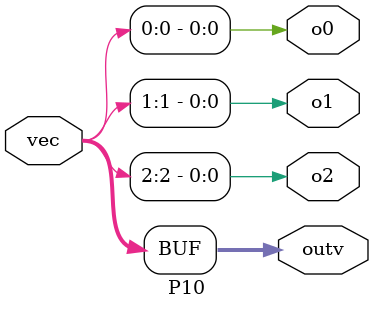
<source format=v>
module P10 (
    input wire [2:0] vec,
    output wire [2:0] outv,
    output wire o2,
    output wire o1,
    output wire o0
);
  // 请用户在下方编辑代码

  assign outv = vec;
  assign o0   = vec[0];
  assign o1   = vec[1];
  assign o2   = vec[2];

  // 用户编辑到此为止
endmodule

</source>
